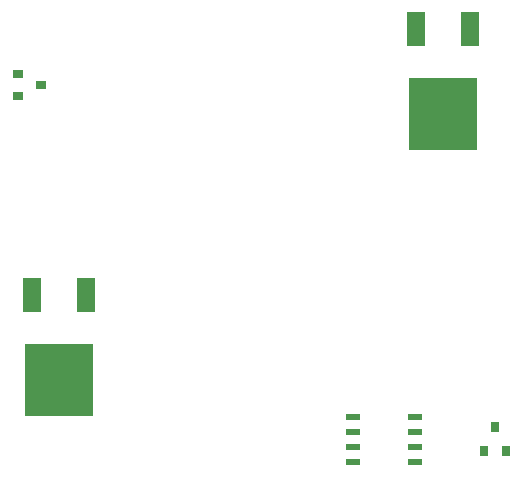
<source format=gtp>
G04 Layer_Color=8421504*
%FSLAX24Y24*%
%MOIN*%
G70*
G01*
G75*
%ADD10R,0.0630X0.1181*%
%ADD11R,0.2283X0.2441*%
%ADD12R,0.0315X0.0354*%
%ADD13R,0.0354X0.0315*%
G04:AMPARAMS|DCode=14|XSize=21.7mil|YSize=49.2mil|CornerRadius=1.9mil|HoleSize=0mil|Usage=FLASHONLY|Rotation=270.000|XOffset=0mil|YOffset=0mil|HoleType=Round|Shape=RoundedRectangle|*
%AMROUNDEDRECTD14*
21,1,0.0217,0.0453,0,0,270.0*
21,1,0.0178,0.0492,0,0,270.0*
1,1,0.0039,-0.0227,-0.0089*
1,1,0.0039,-0.0227,0.0089*
1,1,0.0039,0.0227,0.0089*
1,1,0.0039,0.0227,-0.0089*
%
%ADD14ROUNDEDRECTD14*%
D10*
X28461Y31378D02*
D03*
X26658D02*
D03*
X15665Y22520D02*
D03*
X13862D02*
D03*
D11*
X27559Y28543D02*
D03*
X14764Y19685D02*
D03*
D12*
X28919Y17323D02*
D03*
X29667D02*
D03*
X29293Y18110D02*
D03*
D13*
X13386Y29902D02*
D03*
Y29154D02*
D03*
X14173Y29528D02*
D03*
D14*
X26624Y16967D02*
D03*
Y17467D02*
D03*
Y17967D02*
D03*
Y18467D02*
D03*
X24557Y16967D02*
D03*
Y17467D02*
D03*
Y17967D02*
D03*
Y18467D02*
D03*
M02*

</source>
